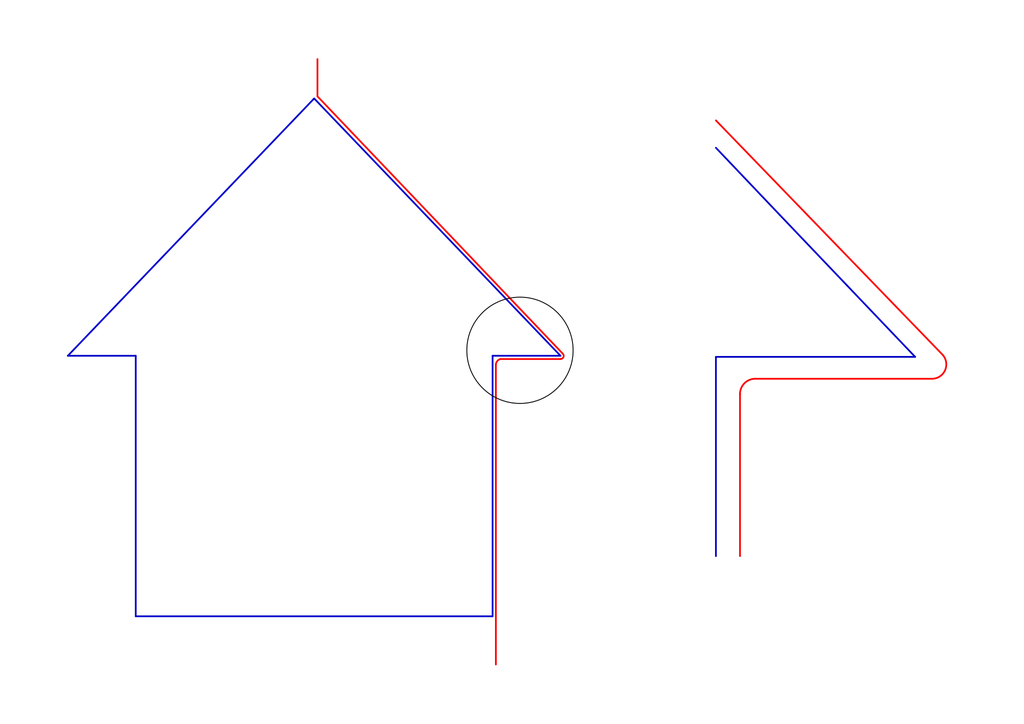
<source format=kicad_sch>
(kicad_sch (version 20230121) (generator eeschema)
  (paper "A2")
  (title_block (title "Projekt elektroinštalácie rodinného domu") (date "2024-05-09") (rev "1") (comment 4 "001-24") (comment 5 "Konanie stavby: 96901 Banská Štiavnica, Belianska 1770/15"))
  (lib_symbols)
  (polyline (pts (xy 78.74 206.375) (xy 78.74 357.505)) (stroke (width 1)))
  (polyline (pts (xy 181.61 57.785) (xy 182.245 57.15)) (stroke (width 1)))
  (polyline (pts (xy 429.26 228.6) (xy 429.26 322.58)) (stroke (width 1) (color 255 0 0 1)))
  (polyline (pts (xy 541.02 219.71) (xy 438.15 219.71)) (stroke (width 1) (color 255 0 0 1)))
  (polyline (pts (xy 184.15 34.29) (xy 184.15 55.88)) (stroke (width 1) (color 255 0 0 1)))
  (polyline (pts (xy 39.37 206.375) (xy 181.61 57.785)) (stroke (width 1)))
  (polyline (pts (xy 546.735 205.74) (xy 415.29 69.85)) (stroke (width 1) (color 255 0 0 1)))
  (polyline (pts (xy 491.49 165.735) (xy 452.12 124.46)) (stroke (width 1)))
  (polyline (pts (xy 182.245 57.15) (xy 182.88 57.785)) (stroke (width 1)))
  (polyline (pts (xy 78.74 206.375) (xy 39.37 206.375)) (stroke (width 1)))
  (polyline (pts (xy 415.29 322.58) (xy 415.29 207.01)) (stroke (width 1)))
  (polyline (pts (xy 287.655 211.455) (xy 287.655 385.445)) (stroke (width 1) (color 255 0 0 1)))
  (polyline (pts (xy 78.74 357.505) (xy 285.75 357.505)) (stroke (width 1)))
  (polyline (pts (xy 452.12 124.46) (xy 415.29 85.725)) (stroke (width 1)))
  (polyline (pts (xy 530.86 207.01) (xy 415.29 207.01)) (stroke (width 1)))
  (polyline (pts (xy 530.86 207.01) (xy 491.49 165.735)) (stroke (width 1)))
  (polyline (pts (xy 325.12 206.375) (xy 285.75 206.375)) (stroke (width 1)))
  (polyline (pts (xy 325.12 208.28) (xy 290.195 208.28)) (stroke (width 1) (color 255 0 0 1)))
  (polyline (pts (xy 184.15 55.88) (xy 326.39 205.105)) (stroke (width 1) (color 255 0 0 1)))
  (polyline (pts (xy 285.75 206.375) (xy 285.75 357.505)) (stroke (width 1)))
  (polyline (pts (xy 325.12 206.375) (xy 182.88 57.785)) (stroke (width 1)))
  (arc (start 429.26 228.6) (mid 431.8596 222.3096) (end 438.15 219.71) (stroke (width 1) (color 255 0 0 1)))
  (circle (center 301.625 203.2) (radius 30.8286) (stroke (width 0.5) (color 0 0 0 1)))
  (arc (start 287.655 211.455) (mid 288.4449 209.4834) (end 290.195 208.28) (stroke (width 1) (color 255 0 0 1)))
  (arc (start 546.735 205.74) (mid 548.3147 214.5402) (end 541.02 219.71) (stroke (width 1) (color 255 0 0 1)))
  (arc (start 326.39 205.105) (mid 326.8525 207.1315) (end 325.12 208.28) (stroke (width 1) (color 255 0 0 1)))
)
</source>
